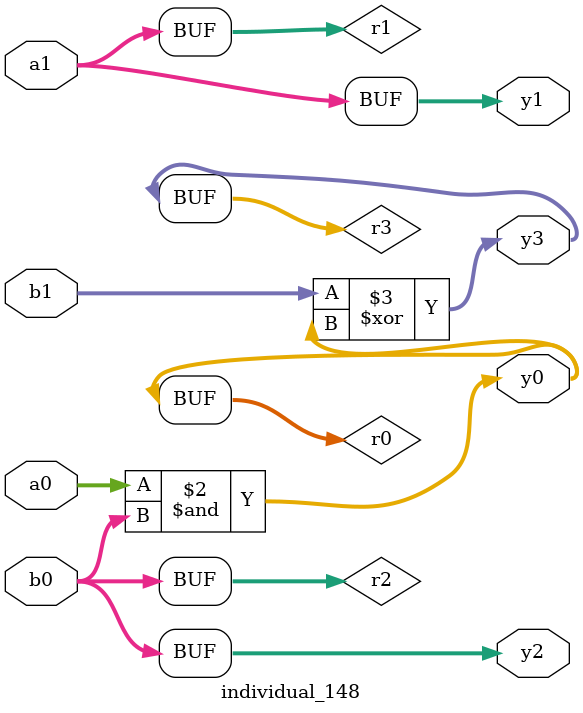
<source format=sv>
module individual_148(input logic [15:0] a1, input logic [15:0] a0, input logic [15:0] b1, input logic [15:0] b0, output logic [15:0] y3, output logic [15:0] y2, output logic [15:0] y1, output logic [15:0] y0);
logic [15:0] r0, r1, r2, r3; 
 always@(*) begin 
	 r0 = a0; r1 = a1; r2 = b0; r3 = b1; 
 	 r0  &=  r2 ;
 	 r3  ^=  r0 ;
 	 y3 = r3; y2 = r2; y1 = r1; y0 = r0; 
end
endmodule
</source>
